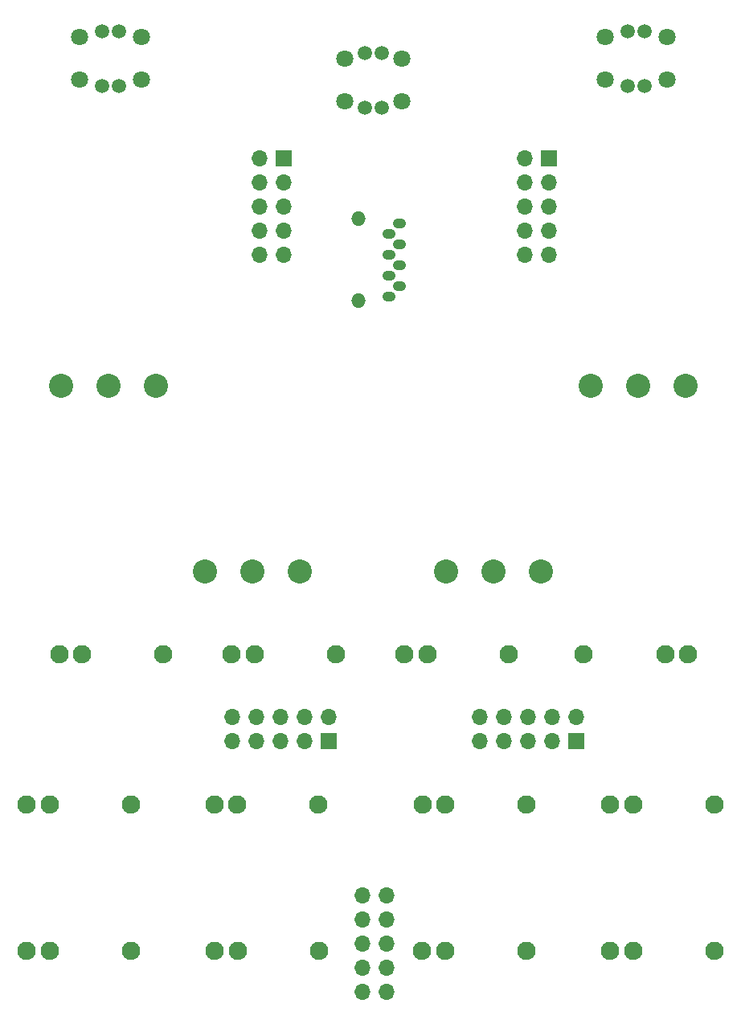
<source format=gbr>
G04 #@! TF.GenerationSoftware,KiCad,Pcbnew,7.0.1-0*
G04 #@! TF.CreationDate,2023-04-06T10:22:02-07:00*
G04 #@! TF.ProjectId,Sampler-built,53616d70-6c65-4722-9d62-75696c742e6b,rev?*
G04 #@! TF.SameCoordinates,PXb71b00PY73f50f0*
G04 #@! TF.FileFunction,Soldermask,Bot*
G04 #@! TF.FilePolarity,Negative*
%FSLAX46Y46*%
G04 Gerber Fmt 4.6, Leading zero omitted, Abs format (unit mm)*
G04 Created by KiCad (PCBNEW 7.0.1-0) date 2023-04-06 10:22:02*
%MOMM*%
%LPD*%
G01*
G04 APERTURE LIST*
%ADD10R,1.700000X1.700000*%
%ADD11O,1.700000X1.700000*%
%ADD12C,1.930400*%
%ADD13C,1.800000*%
%ADD14C,1.500000*%
%ADD15O,1.397000X1.092200*%
%ADD16O,1.524000X1.524000*%
%ADD17C,2.540000*%
G04 APERTURE END LIST*
D10*
G04 #@! TO.C,JC1*
X34351978Y30026200D03*
D11*
X34351978Y32566200D03*
X31811978Y30026200D03*
X31811978Y32566200D03*
X29271978Y30026200D03*
X29271978Y32566200D03*
X26731978Y30026200D03*
X26731978Y32566200D03*
X24191978Y30026200D03*
X24191978Y32566200D03*
G04 #@! TD*
G04 #@! TO.C,J14*
X37830000Y13770000D03*
X40370000Y13770000D03*
X37830000Y11230000D03*
X40370000Y11230000D03*
X37830000Y8690000D03*
X40370000Y8690000D03*
X37830000Y6150000D03*
X40370000Y6150000D03*
X37830000Y3610000D03*
X40370000Y3610000D03*
G04 #@! TD*
D10*
G04 #@! TO.C,JA1*
X57542000Y91376192D03*
D11*
X55002000Y91376192D03*
X57542000Y88836192D03*
X55002000Y88836192D03*
X57542000Y86296192D03*
X55002000Y86296192D03*
X57542000Y83756192D03*
X55002000Y83756192D03*
X57542000Y81216192D03*
X55002000Y81216192D03*
G04 #@! TD*
D10*
G04 #@! TO.C,JB1*
X60352002Y30026200D03*
D11*
X60352002Y32566200D03*
X57812002Y30026200D03*
X57812002Y32566200D03*
X55272002Y30026200D03*
X55272002Y32566200D03*
X52732002Y30026200D03*
X52732002Y32566200D03*
X50192002Y30026200D03*
X50192002Y32566200D03*
G04 #@! TD*
D10*
G04 #@! TO.C,JD1*
X29541980Y91376192D03*
D11*
X27001980Y91376192D03*
X29541980Y88836192D03*
X27001980Y88836192D03*
X29541980Y86296192D03*
X27001980Y86296192D03*
X29541980Y83756192D03*
X27001980Y83756192D03*
X29541980Y81216192D03*
X27001980Y81216192D03*
G04 #@! TD*
D12*
G04 #@! TO.C,J10*
X55164000Y23332764D03*
X44191200Y23332764D03*
X46604200Y23332764D03*
G04 #@! TD*
D13*
G04 #@! TO.C,Bank_But1*
X69950000Y104132764D03*
X63450000Y104132764D03*
X69950000Y99632764D03*
X63450000Y99632764D03*
D14*
X67600000Y104782764D03*
X65800000Y104782764D03*
X65800000Y98982764D03*
X67600000Y98982764D03*
G04 #@! TD*
D15*
G04 #@! TO.C,SD1*
X40630000Y76850249D03*
X41729820Y77950069D03*
X40630000Y79050143D03*
X41729820Y80149963D03*
X40630000Y81250037D03*
X41729820Y82349857D03*
X40630000Y83449931D03*
X41729820Y84549751D03*
D16*
X37460080Y76407400D03*
X37460080Y84992600D03*
G04 #@! TD*
D17*
G04 #@! TO.C,POT_LENGTH1*
X31300000Y47866000D03*
X26300000Y47866000D03*
X21300000Y47866000D03*
G04 #@! TD*
D12*
G04 #@! TO.C,J2*
X35057000Y39132764D03*
X24084200Y39132764D03*
X26497200Y39132764D03*
G04 #@! TD*
D17*
G04 #@! TO.C,POT_PITCH1*
X71900000Y67453764D03*
X66900000Y67453764D03*
X61900000Y67453764D03*
G04 #@! TD*
D12*
G04 #@! TO.C,J7*
X33277000Y7907764D03*
X22304200Y7907764D03*
X24717200Y7907764D03*
G04 #@! TD*
G04 #@! TO.C,J6*
X13482000Y23332764D03*
X2509200Y23332764D03*
X4922200Y23332764D03*
G04 #@! TD*
G04 #@! TO.C,J4*
X61193000Y39132764D03*
X72165800Y39132764D03*
X69752800Y39132764D03*
G04 #@! TD*
D13*
G04 #@! TO.C,REV_BUT1*
X14550000Y104132764D03*
X8050000Y104132764D03*
X14550000Y99632764D03*
X8050000Y99632764D03*
D14*
X12200000Y104782764D03*
X10400000Y104782764D03*
X10400000Y98982764D03*
X12200000Y98982764D03*
G04 #@! TD*
D12*
G04 #@! TO.C,J5*
X13482000Y7907764D03*
X2509200Y7907764D03*
X4922200Y7907764D03*
G04 #@! TD*
G04 #@! TO.C,J9*
X55137000Y7907764D03*
X44164200Y7907764D03*
X46577200Y7907764D03*
G04 #@! TD*
G04 #@! TO.C,J8*
X74932000Y23332764D03*
X63959200Y23332764D03*
X66372200Y23332764D03*
G04 #@! TD*
G04 #@! TO.C,J1*
X53282000Y39132764D03*
X42309200Y39132764D03*
X44722200Y39132764D03*
G04 #@! TD*
G04 #@! TO.C,J11*
X74932000Y7907764D03*
X63959200Y7907764D03*
X66372200Y7907764D03*
G04 #@! TD*
G04 #@! TO.C,J13*
X33250000Y23332764D03*
X22277200Y23332764D03*
X24690200Y23332764D03*
G04 #@! TD*
D17*
G04 #@! TO.C,POT_START1*
X56700000Y47821681D03*
X51700000Y47821681D03*
X46700000Y47821681D03*
G04 #@! TD*
D13*
G04 #@! TO.C,PLAY_BUT1*
X41996000Y101857764D03*
X36004000Y101857764D03*
X41996000Y97357764D03*
X36004000Y97357764D03*
D14*
X39900000Y102507764D03*
X38100000Y102507764D03*
X38100000Y96707764D03*
X39900000Y96707764D03*
G04 #@! TD*
D17*
G04 #@! TO.C,POT_SAMP1*
X16100000Y67453764D03*
X11100000Y67453764D03*
X6100000Y67453764D03*
G04 #@! TD*
D12*
G04 #@! TO.C,J3*
X16882000Y39132764D03*
X5909200Y39132764D03*
X8322200Y39132764D03*
G04 #@! TD*
M02*

</source>
